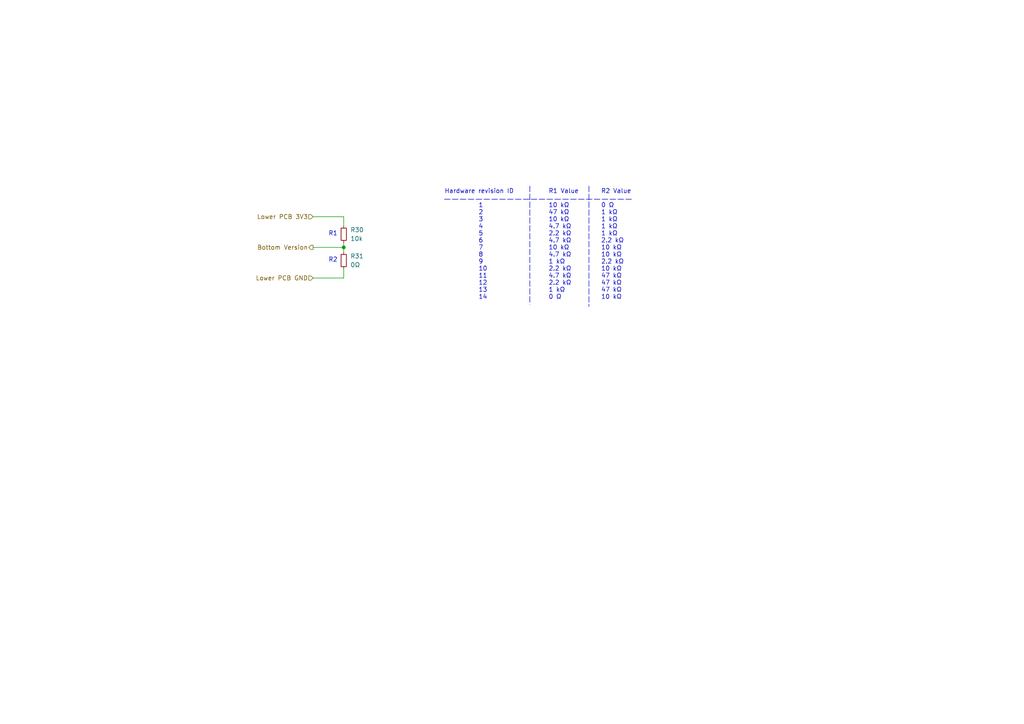
<source format=kicad_sch>
(kicad_sch (version 20210621) (generator eeschema)
  (paper "A4")
  (lib_symbols
    (symbol "Device:R_Small" (pin_numbers hide) (pin_names (offset 0.254) hide)
      (property "Reference" "R" (at 0.762 0.508 0))
      (property "Value" "R_Small" (at 0.762 -1.016 0))
      (symbol "R_Small_0_1"
        (rectangle (start -0.762 1.778) (end 0.762 -1.778) (stroke (width 0.2032)))
      )
      (symbol "R_Small_1_1"
        (pin passive line (at 0 2.54 270) (length 0.762) (name "~") (number "1"))
        (pin passive line (at 0 -2.54 90) (length 0.762) (name "~") (number "2"))
      )
    )
  )
  (junction (at 99.695 71.755))
  (wire (pts (xy 99.695 70.485) (xy 99.695 71.755)))
  (polyline (pts (xy 128.905 57.785) (xy 183.515 57.785)))
  (wire (pts (xy 99.695 71.755) (xy 99.695 73.025)))
  (wire (pts (xy 99.695 62.865) (xy 99.695 65.405)))
  (wire (pts (xy 90.805 62.865) (xy 99.695 62.865)))
  (polyline (pts (xy 153.67 53.975) (xy 153.67 88.265)))
  (wire (pts (xy 90.805 80.645) (xy 99.695 80.645)))
  (polyline (pts (xy 170.815 53.975) (xy 170.815 88.9)))
  (wire (pts (xy 90.805 71.755) (xy 99.695 71.755)))
  (wire (pts (xy 99.695 78.105) (xy 99.695 80.645)))
  (text "R2" (at 95.25 76.2 0) (effects (font (size 1.27 1.27)) (justify left bottom)))
  (text "R1" (at 95.25 68.58 0) (effects (font (size 1.27 1.27)) (justify left bottom)))
  (text "Hardware revision ID	R1 Value	R2 Value\n\n		1				10 kΩ		0 Ω\n		2				47 kΩ		1 kΩ\n		3				10 kΩ		1 kΩ\n		4				4.7 kΩ		1 kΩ\n		5				2.2 kΩ		1 kΩ\n		6				4.7 kΩ		2.2 kΩ\n		7				10 kΩ		10 kΩ\n		8				4.7 kΩ		10 kΩ\n		9				1 kΩ		2.2 kΩ\n		10				2.2 kΩ		10 kΩ\n		11				4.7 kΩ		47 kΩ\n		12				2.2 kΩ		47 kΩ\n		13				1 kΩ		47 kΩ\n		14				0 Ω			10 kΩ" (at 128.905 86.995 0) (effects (font (size 1.27 1.27)) (justify left bottom)))
  (hierarchical_label "Lower PCB 3V3" (shape input) (at 90.805 62.865 180))
  (hierarchical_label "Bottom Version" (shape output) (at 90.805 71.755 180))
  (hierarchical_label "Lower PCB GND" (shape input) (at 90.805 80.645 180))
  (symbol (lib_id "Device:R_Small") (at 99.695 75.565 180) (unit 1)
    (property "Reference" "R31" (at 101.6 74.2949 0) (effects (justify right)))
    (property "Value" "0Ω" (at 101.6 76.8349 0) (effects (justify right)))
    (property "Footprint" "Resistor_SMD:R_0805_2012Metric_Pad1.20x1.40mm_HandSolder" (effects hide))
  )
  (symbol (lib_id "Device:R_Small") (at 99.695 67.945 180) (unit 1)
    (property "Reference" "R30" (at 101.6 66.6749 0) (effects (justify right)))
    (property "Value" "10k" (at 101.6 69.2149 0) (effects (justify right)))
    (property "Footprint" "Resistor_SMD:R_0805_2012Metric_Pad1.20x1.40mm_HandSolder" (effects hide))
  )
)
</source>
